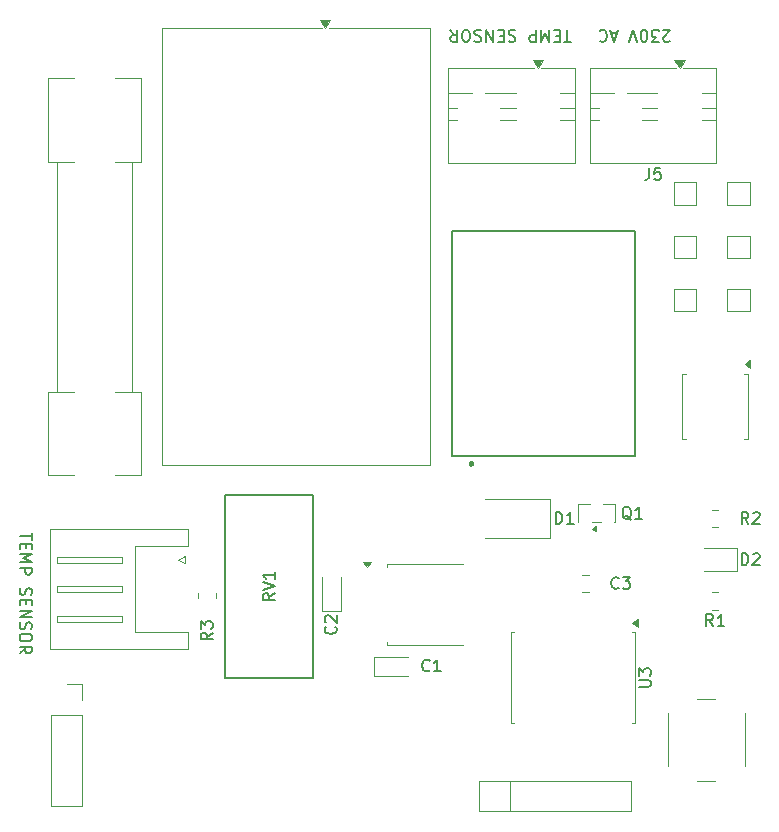
<source format=gbr>
%TF.GenerationSoftware,KiCad,Pcbnew,9.0.7-9.0.7~ubuntu22.04.1*%
%TF.CreationDate,2026-01-30T05:50:44+05:30*%
%TF.ProjectId,SOLDERING_IRON_CONTROLLER,534f4c44-4552-4494-9e47-5f49524f4e5f,rev?*%
%TF.SameCoordinates,Original*%
%TF.FileFunction,Legend,Top*%
%TF.FilePolarity,Positive*%
%FSLAX46Y46*%
G04 Gerber Fmt 4.6, Leading zero omitted, Abs format (unit mm)*
G04 Created by KiCad (PCBNEW 9.0.7-9.0.7~ubuntu22.04.1) date 2026-01-30 05:50:44*
%MOMM*%
%LPD*%
G01*
G04 APERTURE LIST*
%ADD10C,0.200000*%
%ADD11C,0.150000*%
%ADD12C,0.120000*%
%ADD13C,0.127000*%
%ADD14C,0.300000*%
G04 APERTURE END LIST*
D10*
X178437945Y-54272542D02*
X178390326Y-54320161D01*
X178390326Y-54320161D02*
X178295088Y-54367780D01*
X178295088Y-54367780D02*
X178056993Y-54367780D01*
X178056993Y-54367780D02*
X177961755Y-54320161D01*
X177961755Y-54320161D02*
X177914136Y-54272542D01*
X177914136Y-54272542D02*
X177866517Y-54177304D01*
X177866517Y-54177304D02*
X177866517Y-54082066D01*
X177866517Y-54082066D02*
X177914136Y-53939209D01*
X177914136Y-53939209D02*
X178485564Y-53367780D01*
X178485564Y-53367780D02*
X177866517Y-53367780D01*
X177533183Y-54367780D02*
X176914136Y-54367780D01*
X176914136Y-54367780D02*
X177247469Y-53986828D01*
X177247469Y-53986828D02*
X177104612Y-53986828D01*
X177104612Y-53986828D02*
X177009374Y-53939209D01*
X177009374Y-53939209D02*
X176961755Y-53891590D01*
X176961755Y-53891590D02*
X176914136Y-53796352D01*
X176914136Y-53796352D02*
X176914136Y-53558257D01*
X176914136Y-53558257D02*
X176961755Y-53463019D01*
X176961755Y-53463019D02*
X177009374Y-53415400D01*
X177009374Y-53415400D02*
X177104612Y-53367780D01*
X177104612Y-53367780D02*
X177390326Y-53367780D01*
X177390326Y-53367780D02*
X177485564Y-53415400D01*
X177485564Y-53415400D02*
X177533183Y-53463019D01*
X176295088Y-54367780D02*
X176199850Y-54367780D01*
X176199850Y-54367780D02*
X176104612Y-54320161D01*
X176104612Y-54320161D02*
X176056993Y-54272542D01*
X176056993Y-54272542D02*
X176009374Y-54177304D01*
X176009374Y-54177304D02*
X175961755Y-53986828D01*
X175961755Y-53986828D02*
X175961755Y-53748733D01*
X175961755Y-53748733D02*
X176009374Y-53558257D01*
X176009374Y-53558257D02*
X176056993Y-53463019D01*
X176056993Y-53463019D02*
X176104612Y-53415400D01*
X176104612Y-53415400D02*
X176199850Y-53367780D01*
X176199850Y-53367780D02*
X176295088Y-53367780D01*
X176295088Y-53367780D02*
X176390326Y-53415400D01*
X176390326Y-53415400D02*
X176437945Y-53463019D01*
X176437945Y-53463019D02*
X176485564Y-53558257D01*
X176485564Y-53558257D02*
X176533183Y-53748733D01*
X176533183Y-53748733D02*
X176533183Y-53986828D01*
X176533183Y-53986828D02*
X176485564Y-54177304D01*
X176485564Y-54177304D02*
X176437945Y-54272542D01*
X176437945Y-54272542D02*
X176390326Y-54320161D01*
X176390326Y-54320161D02*
X176295088Y-54367780D01*
X175676040Y-54367780D02*
X175342707Y-53367780D01*
X175342707Y-53367780D02*
X175009374Y-54367780D01*
X173961754Y-53653495D02*
X173485564Y-53653495D01*
X174056992Y-53367780D02*
X173723659Y-54367780D01*
X173723659Y-54367780D02*
X173390326Y-53367780D01*
X172485564Y-53463019D02*
X172533183Y-53415400D01*
X172533183Y-53415400D02*
X172676040Y-53367780D01*
X172676040Y-53367780D02*
X172771278Y-53367780D01*
X172771278Y-53367780D02*
X172914135Y-53415400D01*
X172914135Y-53415400D02*
X173009373Y-53510638D01*
X173009373Y-53510638D02*
X173056992Y-53605876D01*
X173056992Y-53605876D02*
X173104611Y-53796352D01*
X173104611Y-53796352D02*
X173104611Y-53939209D01*
X173104611Y-53939209D02*
X173056992Y-54129685D01*
X173056992Y-54129685D02*
X173009373Y-54224923D01*
X173009373Y-54224923D02*
X172914135Y-54320161D01*
X172914135Y-54320161D02*
X172771278Y-54367780D01*
X172771278Y-54367780D02*
X172676040Y-54367780D01*
X172676040Y-54367780D02*
X172533183Y-54320161D01*
X172533183Y-54320161D02*
X172485564Y-54272542D01*
X124392780Y-95961816D02*
X124392780Y-96533244D01*
X123392780Y-96247530D02*
X124392780Y-96247530D01*
X123916590Y-96866578D02*
X123916590Y-97199911D01*
X123392780Y-97342768D02*
X123392780Y-96866578D01*
X123392780Y-96866578D02*
X124392780Y-96866578D01*
X124392780Y-96866578D02*
X124392780Y-97342768D01*
X123392780Y-97771340D02*
X124392780Y-97771340D01*
X124392780Y-97771340D02*
X123678495Y-98104673D01*
X123678495Y-98104673D02*
X124392780Y-98438006D01*
X124392780Y-98438006D02*
X123392780Y-98438006D01*
X123392780Y-98914197D02*
X124392780Y-98914197D01*
X124392780Y-98914197D02*
X124392780Y-99295149D01*
X124392780Y-99295149D02*
X124345161Y-99390387D01*
X124345161Y-99390387D02*
X124297542Y-99438006D01*
X124297542Y-99438006D02*
X124202304Y-99485625D01*
X124202304Y-99485625D02*
X124059447Y-99485625D01*
X124059447Y-99485625D02*
X123964209Y-99438006D01*
X123964209Y-99438006D02*
X123916590Y-99390387D01*
X123916590Y-99390387D02*
X123868971Y-99295149D01*
X123868971Y-99295149D02*
X123868971Y-98914197D01*
X123440400Y-100628483D02*
X123392780Y-100771340D01*
X123392780Y-100771340D02*
X123392780Y-101009435D01*
X123392780Y-101009435D02*
X123440400Y-101104673D01*
X123440400Y-101104673D02*
X123488019Y-101152292D01*
X123488019Y-101152292D02*
X123583257Y-101199911D01*
X123583257Y-101199911D02*
X123678495Y-101199911D01*
X123678495Y-101199911D02*
X123773733Y-101152292D01*
X123773733Y-101152292D02*
X123821352Y-101104673D01*
X123821352Y-101104673D02*
X123868971Y-101009435D01*
X123868971Y-101009435D02*
X123916590Y-100818959D01*
X123916590Y-100818959D02*
X123964209Y-100723721D01*
X123964209Y-100723721D02*
X124011828Y-100676102D01*
X124011828Y-100676102D02*
X124107066Y-100628483D01*
X124107066Y-100628483D02*
X124202304Y-100628483D01*
X124202304Y-100628483D02*
X124297542Y-100676102D01*
X124297542Y-100676102D02*
X124345161Y-100723721D01*
X124345161Y-100723721D02*
X124392780Y-100818959D01*
X124392780Y-100818959D02*
X124392780Y-101057054D01*
X124392780Y-101057054D02*
X124345161Y-101199911D01*
X123916590Y-101628483D02*
X123916590Y-101961816D01*
X123392780Y-102104673D02*
X123392780Y-101628483D01*
X123392780Y-101628483D02*
X124392780Y-101628483D01*
X124392780Y-101628483D02*
X124392780Y-102104673D01*
X123392780Y-102533245D02*
X124392780Y-102533245D01*
X124392780Y-102533245D02*
X123392780Y-103104673D01*
X123392780Y-103104673D02*
X124392780Y-103104673D01*
X123440400Y-103533245D02*
X123392780Y-103676102D01*
X123392780Y-103676102D02*
X123392780Y-103914197D01*
X123392780Y-103914197D02*
X123440400Y-104009435D01*
X123440400Y-104009435D02*
X123488019Y-104057054D01*
X123488019Y-104057054D02*
X123583257Y-104104673D01*
X123583257Y-104104673D02*
X123678495Y-104104673D01*
X123678495Y-104104673D02*
X123773733Y-104057054D01*
X123773733Y-104057054D02*
X123821352Y-104009435D01*
X123821352Y-104009435D02*
X123868971Y-103914197D01*
X123868971Y-103914197D02*
X123916590Y-103723721D01*
X123916590Y-103723721D02*
X123964209Y-103628483D01*
X123964209Y-103628483D02*
X124011828Y-103580864D01*
X124011828Y-103580864D02*
X124107066Y-103533245D01*
X124107066Y-103533245D02*
X124202304Y-103533245D01*
X124202304Y-103533245D02*
X124297542Y-103580864D01*
X124297542Y-103580864D02*
X124345161Y-103628483D01*
X124345161Y-103628483D02*
X124392780Y-103723721D01*
X124392780Y-103723721D02*
X124392780Y-103961816D01*
X124392780Y-103961816D02*
X124345161Y-104104673D01*
X124392780Y-104723721D02*
X124392780Y-104914197D01*
X124392780Y-104914197D02*
X124345161Y-105009435D01*
X124345161Y-105009435D02*
X124249923Y-105104673D01*
X124249923Y-105104673D02*
X124059447Y-105152292D01*
X124059447Y-105152292D02*
X123726114Y-105152292D01*
X123726114Y-105152292D02*
X123535638Y-105104673D01*
X123535638Y-105104673D02*
X123440400Y-105009435D01*
X123440400Y-105009435D02*
X123392780Y-104914197D01*
X123392780Y-104914197D02*
X123392780Y-104723721D01*
X123392780Y-104723721D02*
X123440400Y-104628483D01*
X123440400Y-104628483D02*
X123535638Y-104533245D01*
X123535638Y-104533245D02*
X123726114Y-104485626D01*
X123726114Y-104485626D02*
X124059447Y-104485626D01*
X124059447Y-104485626D02*
X124249923Y-104533245D01*
X124249923Y-104533245D02*
X124345161Y-104628483D01*
X124345161Y-104628483D02*
X124392780Y-104723721D01*
X123392780Y-106152292D02*
X123868971Y-105818959D01*
X123392780Y-105580864D02*
X124392780Y-105580864D01*
X124392780Y-105580864D02*
X124392780Y-105961816D01*
X124392780Y-105961816D02*
X124345161Y-106057054D01*
X124345161Y-106057054D02*
X124297542Y-106104673D01*
X124297542Y-106104673D02*
X124202304Y-106152292D01*
X124202304Y-106152292D02*
X124059447Y-106152292D01*
X124059447Y-106152292D02*
X123964209Y-106104673D01*
X123964209Y-106104673D02*
X123916590Y-106057054D01*
X123916590Y-106057054D02*
X123868971Y-105961816D01*
X123868971Y-105961816D02*
X123868971Y-105580864D01*
X170033183Y-54367780D02*
X169461755Y-54367780D01*
X169747469Y-53367780D02*
X169747469Y-54367780D01*
X169128421Y-53891590D02*
X168795088Y-53891590D01*
X168652231Y-53367780D02*
X169128421Y-53367780D01*
X169128421Y-53367780D02*
X169128421Y-54367780D01*
X169128421Y-54367780D02*
X168652231Y-54367780D01*
X168223659Y-53367780D02*
X168223659Y-54367780D01*
X168223659Y-54367780D02*
X167890326Y-53653495D01*
X167890326Y-53653495D02*
X167556993Y-54367780D01*
X167556993Y-54367780D02*
X167556993Y-53367780D01*
X167080802Y-53367780D02*
X167080802Y-54367780D01*
X167080802Y-54367780D02*
X166699850Y-54367780D01*
X166699850Y-54367780D02*
X166604612Y-54320161D01*
X166604612Y-54320161D02*
X166556993Y-54272542D01*
X166556993Y-54272542D02*
X166509374Y-54177304D01*
X166509374Y-54177304D02*
X166509374Y-54034447D01*
X166509374Y-54034447D02*
X166556993Y-53939209D01*
X166556993Y-53939209D02*
X166604612Y-53891590D01*
X166604612Y-53891590D02*
X166699850Y-53843971D01*
X166699850Y-53843971D02*
X167080802Y-53843971D01*
X165366516Y-53415400D02*
X165223659Y-53367780D01*
X165223659Y-53367780D02*
X164985564Y-53367780D01*
X164985564Y-53367780D02*
X164890326Y-53415400D01*
X164890326Y-53415400D02*
X164842707Y-53463019D01*
X164842707Y-53463019D02*
X164795088Y-53558257D01*
X164795088Y-53558257D02*
X164795088Y-53653495D01*
X164795088Y-53653495D02*
X164842707Y-53748733D01*
X164842707Y-53748733D02*
X164890326Y-53796352D01*
X164890326Y-53796352D02*
X164985564Y-53843971D01*
X164985564Y-53843971D02*
X165176040Y-53891590D01*
X165176040Y-53891590D02*
X165271278Y-53939209D01*
X165271278Y-53939209D02*
X165318897Y-53986828D01*
X165318897Y-53986828D02*
X165366516Y-54082066D01*
X165366516Y-54082066D02*
X165366516Y-54177304D01*
X165366516Y-54177304D02*
X165318897Y-54272542D01*
X165318897Y-54272542D02*
X165271278Y-54320161D01*
X165271278Y-54320161D02*
X165176040Y-54367780D01*
X165176040Y-54367780D02*
X164937945Y-54367780D01*
X164937945Y-54367780D02*
X164795088Y-54320161D01*
X164366516Y-53891590D02*
X164033183Y-53891590D01*
X163890326Y-53367780D02*
X164366516Y-53367780D01*
X164366516Y-53367780D02*
X164366516Y-54367780D01*
X164366516Y-54367780D02*
X163890326Y-54367780D01*
X163461754Y-53367780D02*
X163461754Y-54367780D01*
X163461754Y-54367780D02*
X162890326Y-53367780D01*
X162890326Y-53367780D02*
X162890326Y-54367780D01*
X162461754Y-53415400D02*
X162318897Y-53367780D01*
X162318897Y-53367780D02*
X162080802Y-53367780D01*
X162080802Y-53367780D02*
X161985564Y-53415400D01*
X161985564Y-53415400D02*
X161937945Y-53463019D01*
X161937945Y-53463019D02*
X161890326Y-53558257D01*
X161890326Y-53558257D02*
X161890326Y-53653495D01*
X161890326Y-53653495D02*
X161937945Y-53748733D01*
X161937945Y-53748733D02*
X161985564Y-53796352D01*
X161985564Y-53796352D02*
X162080802Y-53843971D01*
X162080802Y-53843971D02*
X162271278Y-53891590D01*
X162271278Y-53891590D02*
X162366516Y-53939209D01*
X162366516Y-53939209D02*
X162414135Y-53986828D01*
X162414135Y-53986828D02*
X162461754Y-54082066D01*
X162461754Y-54082066D02*
X162461754Y-54177304D01*
X162461754Y-54177304D02*
X162414135Y-54272542D01*
X162414135Y-54272542D02*
X162366516Y-54320161D01*
X162366516Y-54320161D02*
X162271278Y-54367780D01*
X162271278Y-54367780D02*
X162033183Y-54367780D01*
X162033183Y-54367780D02*
X161890326Y-54320161D01*
X161271278Y-54367780D02*
X161080802Y-54367780D01*
X161080802Y-54367780D02*
X160985564Y-54320161D01*
X160985564Y-54320161D02*
X160890326Y-54224923D01*
X160890326Y-54224923D02*
X160842707Y-54034447D01*
X160842707Y-54034447D02*
X160842707Y-53701114D01*
X160842707Y-53701114D02*
X160890326Y-53510638D01*
X160890326Y-53510638D02*
X160985564Y-53415400D01*
X160985564Y-53415400D02*
X161080802Y-53367780D01*
X161080802Y-53367780D02*
X161271278Y-53367780D01*
X161271278Y-53367780D02*
X161366516Y-53415400D01*
X161366516Y-53415400D02*
X161461754Y-53510638D01*
X161461754Y-53510638D02*
X161509373Y-53701114D01*
X161509373Y-53701114D02*
X161509373Y-54034447D01*
X161509373Y-54034447D02*
X161461754Y-54224923D01*
X161461754Y-54224923D02*
X161366516Y-54320161D01*
X161366516Y-54320161D02*
X161271278Y-54367780D01*
X159842707Y-53367780D02*
X160176040Y-53843971D01*
X160414135Y-53367780D02*
X160414135Y-54367780D01*
X160414135Y-54367780D02*
X160033183Y-54367780D01*
X160033183Y-54367780D02*
X159937945Y-54320161D01*
X159937945Y-54320161D02*
X159890326Y-54272542D01*
X159890326Y-54272542D02*
X159842707Y-54177304D01*
X159842707Y-54177304D02*
X159842707Y-54034447D01*
X159842707Y-54034447D02*
X159890326Y-53939209D01*
X159890326Y-53939209D02*
X159937945Y-53891590D01*
X159937945Y-53891590D02*
X160033183Y-53843971D01*
X160033183Y-53843971D02*
X160414135Y-53843971D01*
D11*
X182093333Y-103839819D02*
X181760000Y-103363628D01*
X181521905Y-103839819D02*
X181521905Y-102839819D01*
X181521905Y-102839819D02*
X181902857Y-102839819D01*
X181902857Y-102839819D02*
X181998095Y-102887438D01*
X181998095Y-102887438D02*
X182045714Y-102935057D01*
X182045714Y-102935057D02*
X182093333Y-103030295D01*
X182093333Y-103030295D02*
X182093333Y-103173152D01*
X182093333Y-103173152D02*
X182045714Y-103268390D01*
X182045714Y-103268390D02*
X181998095Y-103316009D01*
X181998095Y-103316009D02*
X181902857Y-103363628D01*
X181902857Y-103363628D02*
X181521905Y-103363628D01*
X183045714Y-103839819D02*
X182474286Y-103839819D01*
X182760000Y-103839819D02*
X182760000Y-102839819D01*
X182760000Y-102839819D02*
X182664762Y-102982676D01*
X182664762Y-102982676D02*
X182569524Y-103077914D01*
X182569524Y-103077914D02*
X182474286Y-103125533D01*
X175814819Y-108996904D02*
X176624342Y-108996904D01*
X176624342Y-108996904D02*
X176719580Y-108949285D01*
X176719580Y-108949285D02*
X176767200Y-108901666D01*
X176767200Y-108901666D02*
X176814819Y-108806428D01*
X176814819Y-108806428D02*
X176814819Y-108615952D01*
X176814819Y-108615952D02*
X176767200Y-108520714D01*
X176767200Y-108520714D02*
X176719580Y-108473095D01*
X176719580Y-108473095D02*
X176624342Y-108425476D01*
X176624342Y-108425476D02*
X175814819Y-108425476D01*
X175814819Y-108044523D02*
X175814819Y-107425476D01*
X175814819Y-107425476D02*
X176195771Y-107758809D01*
X176195771Y-107758809D02*
X176195771Y-107615952D01*
X176195771Y-107615952D02*
X176243390Y-107520714D01*
X176243390Y-107520714D02*
X176291009Y-107473095D01*
X176291009Y-107473095D02*
X176386247Y-107425476D01*
X176386247Y-107425476D02*
X176624342Y-107425476D01*
X176624342Y-107425476D02*
X176719580Y-107473095D01*
X176719580Y-107473095D02*
X176767200Y-107520714D01*
X176767200Y-107520714D02*
X176814819Y-107615952D01*
X176814819Y-107615952D02*
X176814819Y-107901666D01*
X176814819Y-107901666D02*
X176767200Y-107996904D01*
X176767200Y-107996904D02*
X176719580Y-108044523D01*
X144964819Y-101080238D02*
X144488628Y-101413571D01*
X144964819Y-101651666D02*
X143964819Y-101651666D01*
X143964819Y-101651666D02*
X143964819Y-101270714D01*
X143964819Y-101270714D02*
X144012438Y-101175476D01*
X144012438Y-101175476D02*
X144060057Y-101127857D01*
X144060057Y-101127857D02*
X144155295Y-101080238D01*
X144155295Y-101080238D02*
X144298152Y-101080238D01*
X144298152Y-101080238D02*
X144393390Y-101127857D01*
X144393390Y-101127857D02*
X144441009Y-101175476D01*
X144441009Y-101175476D02*
X144488628Y-101270714D01*
X144488628Y-101270714D02*
X144488628Y-101651666D01*
X143964819Y-100794523D02*
X144964819Y-100461190D01*
X144964819Y-100461190D02*
X143964819Y-100127857D01*
X144964819Y-99270714D02*
X144964819Y-99842142D01*
X144964819Y-99556428D02*
X143964819Y-99556428D01*
X143964819Y-99556428D02*
X144107676Y-99651666D01*
X144107676Y-99651666D02*
X144202914Y-99746904D01*
X144202914Y-99746904D02*
X144250533Y-99842142D01*
X185093333Y-95189819D02*
X184760000Y-94713628D01*
X184521905Y-95189819D02*
X184521905Y-94189819D01*
X184521905Y-94189819D02*
X184902857Y-94189819D01*
X184902857Y-94189819D02*
X184998095Y-94237438D01*
X184998095Y-94237438D02*
X185045714Y-94285057D01*
X185045714Y-94285057D02*
X185093333Y-94380295D01*
X185093333Y-94380295D02*
X185093333Y-94523152D01*
X185093333Y-94523152D02*
X185045714Y-94618390D01*
X185045714Y-94618390D02*
X184998095Y-94666009D01*
X184998095Y-94666009D02*
X184902857Y-94713628D01*
X184902857Y-94713628D02*
X184521905Y-94713628D01*
X185474286Y-94285057D02*
X185521905Y-94237438D01*
X185521905Y-94237438D02*
X185617143Y-94189819D01*
X185617143Y-94189819D02*
X185855238Y-94189819D01*
X185855238Y-94189819D02*
X185950476Y-94237438D01*
X185950476Y-94237438D02*
X185998095Y-94285057D01*
X185998095Y-94285057D02*
X186045714Y-94380295D01*
X186045714Y-94380295D02*
X186045714Y-94475533D01*
X186045714Y-94475533D02*
X185998095Y-94618390D01*
X185998095Y-94618390D02*
X185426667Y-95189819D01*
X185426667Y-95189819D02*
X186045714Y-95189819D01*
X175164761Y-94847557D02*
X175069523Y-94799938D01*
X175069523Y-94799938D02*
X174974285Y-94704700D01*
X174974285Y-94704700D02*
X174831428Y-94561842D01*
X174831428Y-94561842D02*
X174736190Y-94514223D01*
X174736190Y-94514223D02*
X174640952Y-94514223D01*
X174688571Y-94752319D02*
X174593333Y-94704700D01*
X174593333Y-94704700D02*
X174498095Y-94609461D01*
X174498095Y-94609461D02*
X174450476Y-94418985D01*
X174450476Y-94418985D02*
X174450476Y-94085652D01*
X174450476Y-94085652D02*
X174498095Y-93895176D01*
X174498095Y-93895176D02*
X174593333Y-93799938D01*
X174593333Y-93799938D02*
X174688571Y-93752319D01*
X174688571Y-93752319D02*
X174879047Y-93752319D01*
X174879047Y-93752319D02*
X174974285Y-93799938D01*
X174974285Y-93799938D02*
X175069523Y-93895176D01*
X175069523Y-93895176D02*
X175117142Y-94085652D01*
X175117142Y-94085652D02*
X175117142Y-94418985D01*
X175117142Y-94418985D02*
X175069523Y-94609461D01*
X175069523Y-94609461D02*
X174974285Y-94704700D01*
X174974285Y-94704700D02*
X174879047Y-94752319D01*
X174879047Y-94752319D02*
X174688571Y-94752319D01*
X176069523Y-94752319D02*
X175498095Y-94752319D01*
X175783809Y-94752319D02*
X175783809Y-93752319D01*
X175783809Y-93752319D02*
X175688571Y-93895176D01*
X175688571Y-93895176D02*
X175593333Y-93990414D01*
X175593333Y-93990414D02*
X175498095Y-94038033D01*
X139714819Y-104401666D02*
X139238628Y-104734999D01*
X139714819Y-104973094D02*
X138714819Y-104973094D01*
X138714819Y-104973094D02*
X138714819Y-104592142D01*
X138714819Y-104592142D02*
X138762438Y-104496904D01*
X138762438Y-104496904D02*
X138810057Y-104449285D01*
X138810057Y-104449285D02*
X138905295Y-104401666D01*
X138905295Y-104401666D02*
X139048152Y-104401666D01*
X139048152Y-104401666D02*
X139143390Y-104449285D01*
X139143390Y-104449285D02*
X139191009Y-104496904D01*
X139191009Y-104496904D02*
X139238628Y-104592142D01*
X139238628Y-104592142D02*
X139238628Y-104973094D01*
X138714819Y-104068332D02*
X138714819Y-103449285D01*
X138714819Y-103449285D02*
X139095771Y-103782618D01*
X139095771Y-103782618D02*
X139095771Y-103639761D01*
X139095771Y-103639761D02*
X139143390Y-103544523D01*
X139143390Y-103544523D02*
X139191009Y-103496904D01*
X139191009Y-103496904D02*
X139286247Y-103449285D01*
X139286247Y-103449285D02*
X139524342Y-103449285D01*
X139524342Y-103449285D02*
X139619580Y-103496904D01*
X139619580Y-103496904D02*
X139667200Y-103544523D01*
X139667200Y-103544523D02*
X139714819Y-103639761D01*
X139714819Y-103639761D02*
X139714819Y-103925475D01*
X139714819Y-103925475D02*
X139667200Y-104020713D01*
X139667200Y-104020713D02*
X139619580Y-104068332D01*
X176676666Y-65059819D02*
X176676666Y-65774104D01*
X176676666Y-65774104D02*
X176629047Y-65916961D01*
X176629047Y-65916961D02*
X176533809Y-66012200D01*
X176533809Y-66012200D02*
X176390952Y-66059819D01*
X176390952Y-66059819D02*
X176295714Y-66059819D01*
X177629047Y-65059819D02*
X177152857Y-65059819D01*
X177152857Y-65059819D02*
X177105238Y-65536009D01*
X177105238Y-65536009D02*
X177152857Y-65488390D01*
X177152857Y-65488390D02*
X177248095Y-65440771D01*
X177248095Y-65440771D02*
X177486190Y-65440771D01*
X177486190Y-65440771D02*
X177581428Y-65488390D01*
X177581428Y-65488390D02*
X177629047Y-65536009D01*
X177629047Y-65536009D02*
X177676666Y-65631247D01*
X177676666Y-65631247D02*
X177676666Y-65869342D01*
X177676666Y-65869342D02*
X177629047Y-65964580D01*
X177629047Y-65964580D02*
X177581428Y-66012200D01*
X177581428Y-66012200D02*
X177486190Y-66059819D01*
X177486190Y-66059819D02*
X177248095Y-66059819D01*
X177248095Y-66059819D02*
X177152857Y-66012200D01*
X177152857Y-66012200D02*
X177105238Y-65964580D01*
X184521905Y-98689819D02*
X184521905Y-97689819D01*
X184521905Y-97689819D02*
X184760000Y-97689819D01*
X184760000Y-97689819D02*
X184902857Y-97737438D01*
X184902857Y-97737438D02*
X184998095Y-97832676D01*
X184998095Y-97832676D02*
X185045714Y-97927914D01*
X185045714Y-97927914D02*
X185093333Y-98118390D01*
X185093333Y-98118390D02*
X185093333Y-98261247D01*
X185093333Y-98261247D02*
X185045714Y-98451723D01*
X185045714Y-98451723D02*
X184998095Y-98546961D01*
X184998095Y-98546961D02*
X184902857Y-98642200D01*
X184902857Y-98642200D02*
X184760000Y-98689819D01*
X184760000Y-98689819D02*
X184521905Y-98689819D01*
X185474286Y-97785057D02*
X185521905Y-97737438D01*
X185521905Y-97737438D02*
X185617143Y-97689819D01*
X185617143Y-97689819D02*
X185855238Y-97689819D01*
X185855238Y-97689819D02*
X185950476Y-97737438D01*
X185950476Y-97737438D02*
X185998095Y-97785057D01*
X185998095Y-97785057D02*
X186045714Y-97880295D01*
X186045714Y-97880295D02*
X186045714Y-97975533D01*
X186045714Y-97975533D02*
X185998095Y-98118390D01*
X185998095Y-98118390D02*
X185426667Y-98689819D01*
X185426667Y-98689819D02*
X186045714Y-98689819D01*
X150119580Y-103901666D02*
X150167200Y-103949285D01*
X150167200Y-103949285D02*
X150214819Y-104092142D01*
X150214819Y-104092142D02*
X150214819Y-104187380D01*
X150214819Y-104187380D02*
X150167200Y-104330237D01*
X150167200Y-104330237D02*
X150071961Y-104425475D01*
X150071961Y-104425475D02*
X149976723Y-104473094D01*
X149976723Y-104473094D02*
X149786247Y-104520713D01*
X149786247Y-104520713D02*
X149643390Y-104520713D01*
X149643390Y-104520713D02*
X149452914Y-104473094D01*
X149452914Y-104473094D02*
X149357676Y-104425475D01*
X149357676Y-104425475D02*
X149262438Y-104330237D01*
X149262438Y-104330237D02*
X149214819Y-104187380D01*
X149214819Y-104187380D02*
X149214819Y-104092142D01*
X149214819Y-104092142D02*
X149262438Y-103949285D01*
X149262438Y-103949285D02*
X149310057Y-103901666D01*
X149310057Y-103520713D02*
X149262438Y-103473094D01*
X149262438Y-103473094D02*
X149214819Y-103377856D01*
X149214819Y-103377856D02*
X149214819Y-103139761D01*
X149214819Y-103139761D02*
X149262438Y-103044523D01*
X149262438Y-103044523D02*
X149310057Y-102996904D01*
X149310057Y-102996904D02*
X149405295Y-102949285D01*
X149405295Y-102949285D02*
X149500533Y-102949285D01*
X149500533Y-102949285D02*
X149643390Y-102996904D01*
X149643390Y-102996904D02*
X150214819Y-103568332D01*
X150214819Y-103568332D02*
X150214819Y-102949285D01*
X168771905Y-95189819D02*
X168771905Y-94189819D01*
X168771905Y-94189819D02*
X169010000Y-94189819D01*
X169010000Y-94189819D02*
X169152857Y-94237438D01*
X169152857Y-94237438D02*
X169248095Y-94332676D01*
X169248095Y-94332676D02*
X169295714Y-94427914D01*
X169295714Y-94427914D02*
X169343333Y-94618390D01*
X169343333Y-94618390D02*
X169343333Y-94761247D01*
X169343333Y-94761247D02*
X169295714Y-94951723D01*
X169295714Y-94951723D02*
X169248095Y-95046961D01*
X169248095Y-95046961D02*
X169152857Y-95142200D01*
X169152857Y-95142200D02*
X169010000Y-95189819D01*
X169010000Y-95189819D02*
X168771905Y-95189819D01*
X170295714Y-95189819D02*
X169724286Y-95189819D01*
X170010000Y-95189819D02*
X170010000Y-94189819D01*
X170010000Y-94189819D02*
X169914762Y-94332676D01*
X169914762Y-94332676D02*
X169819524Y-94427914D01*
X169819524Y-94427914D02*
X169724286Y-94475533D01*
X158093333Y-107594580D02*
X158045714Y-107642200D01*
X158045714Y-107642200D02*
X157902857Y-107689819D01*
X157902857Y-107689819D02*
X157807619Y-107689819D01*
X157807619Y-107689819D02*
X157664762Y-107642200D01*
X157664762Y-107642200D02*
X157569524Y-107546961D01*
X157569524Y-107546961D02*
X157521905Y-107451723D01*
X157521905Y-107451723D02*
X157474286Y-107261247D01*
X157474286Y-107261247D02*
X157474286Y-107118390D01*
X157474286Y-107118390D02*
X157521905Y-106927914D01*
X157521905Y-106927914D02*
X157569524Y-106832676D01*
X157569524Y-106832676D02*
X157664762Y-106737438D01*
X157664762Y-106737438D02*
X157807619Y-106689819D01*
X157807619Y-106689819D02*
X157902857Y-106689819D01*
X157902857Y-106689819D02*
X158045714Y-106737438D01*
X158045714Y-106737438D02*
X158093333Y-106785057D01*
X159045714Y-107689819D02*
X158474286Y-107689819D01*
X158760000Y-107689819D02*
X158760000Y-106689819D01*
X158760000Y-106689819D02*
X158664762Y-106832676D01*
X158664762Y-106832676D02*
X158569524Y-106927914D01*
X158569524Y-106927914D02*
X158474286Y-106975533D01*
X174093333Y-100594580D02*
X174045714Y-100642200D01*
X174045714Y-100642200D02*
X173902857Y-100689819D01*
X173902857Y-100689819D02*
X173807619Y-100689819D01*
X173807619Y-100689819D02*
X173664762Y-100642200D01*
X173664762Y-100642200D02*
X173569524Y-100546961D01*
X173569524Y-100546961D02*
X173521905Y-100451723D01*
X173521905Y-100451723D02*
X173474286Y-100261247D01*
X173474286Y-100261247D02*
X173474286Y-100118390D01*
X173474286Y-100118390D02*
X173521905Y-99927914D01*
X173521905Y-99927914D02*
X173569524Y-99832676D01*
X173569524Y-99832676D02*
X173664762Y-99737438D01*
X173664762Y-99737438D02*
X173807619Y-99689819D01*
X173807619Y-99689819D02*
X173902857Y-99689819D01*
X173902857Y-99689819D02*
X174045714Y-99737438D01*
X174045714Y-99737438D02*
X174093333Y-99785057D01*
X174426667Y-99689819D02*
X175045714Y-99689819D01*
X175045714Y-99689819D02*
X174712381Y-100070771D01*
X174712381Y-100070771D02*
X174855238Y-100070771D01*
X174855238Y-100070771D02*
X174950476Y-100118390D01*
X174950476Y-100118390D02*
X174998095Y-100166009D01*
X174998095Y-100166009D02*
X175045714Y-100261247D01*
X175045714Y-100261247D02*
X175045714Y-100499342D01*
X175045714Y-100499342D02*
X174998095Y-100594580D01*
X174998095Y-100594580D02*
X174950476Y-100642200D01*
X174950476Y-100642200D02*
X174855238Y-100689819D01*
X174855238Y-100689819D02*
X174569524Y-100689819D01*
X174569524Y-100689819D02*
X174474286Y-100642200D01*
X174474286Y-100642200D02*
X174426667Y-100594580D01*
D12*
%TO.C,F1*%
X131500000Y-57415000D02*
X133685000Y-57415000D01*
X128000000Y-57415000D02*
X125815000Y-57415000D01*
X125815000Y-57415000D02*
X125815000Y-64525000D01*
X133685000Y-64525000D02*
X133685000Y-57415000D01*
X133685000Y-64525000D02*
X131500000Y-64525000D01*
X132925000Y-64525000D02*
X132925000Y-84005000D01*
X126575000Y-64525000D02*
X126575000Y-84005000D01*
X125815000Y-64525000D02*
X128000000Y-64525000D01*
X133685000Y-84005000D02*
X131500000Y-84005000D01*
X133685000Y-84005000D02*
X133685000Y-91070000D01*
X125815000Y-84005000D02*
X128000000Y-84005000D01*
X125815000Y-84005000D02*
X125815000Y-91070000D01*
X133685000Y-91070000D02*
X131500000Y-91070000D01*
X125815000Y-91070000D02*
X128000000Y-91070000D01*
%TO.C,R1*%
X182487064Y-101000000D02*
X182032936Y-101000000D01*
X182487064Y-102470000D02*
X182032936Y-102470000D01*
%TO.C,VCC1*%
X180660000Y-75285000D02*
X180660000Y-77185000D01*
X178760000Y-75285000D02*
X180660000Y-75285000D01*
X180660000Y-77185000D02*
X178760000Y-77185000D01*
X178760000Y-77185000D02*
X178760000Y-75285000D01*
%TO.C,RESET1*%
X180660000Y-70785000D02*
X180660000Y-72685000D01*
X178760000Y-70785000D02*
X180660000Y-70785000D01*
X180660000Y-72685000D02*
X178760000Y-72685000D01*
X178760000Y-72685000D02*
X178760000Y-70785000D01*
%TO.C,MISO1*%
X180660000Y-66285000D02*
X180660000Y-68185000D01*
X178760000Y-66285000D02*
X180660000Y-66285000D01*
X180660000Y-68185000D02*
X178760000Y-68185000D01*
X178760000Y-68185000D02*
X178760000Y-66285000D01*
%TO.C,RN1*%
X164910000Y-116925000D02*
X164910000Y-119545000D01*
X162290000Y-116925000D02*
X175150000Y-116925000D01*
X175150000Y-119545000D01*
X162290000Y-119545000D01*
X162290000Y-116925000D01*
%TO.C,U3*%
X175520000Y-104375000D02*
X175520000Y-112095000D01*
X175265000Y-104375000D02*
X175520000Y-104375000D01*
X165000000Y-104375000D02*
X165255000Y-104375000D01*
X175520000Y-112095000D02*
X175265000Y-112095000D01*
X165255000Y-112095000D02*
X165000000Y-112095000D01*
X165000000Y-112095000D02*
X165000000Y-104375000D01*
X175740000Y-103925000D02*
X175270000Y-103585000D01*
X175740000Y-103245000D01*
X175740000Y-103925000D01*
G36*
X175740000Y-103925000D02*
G01*
X175270000Y-103585000D01*
X175740000Y-103245000D01*
X175740000Y-103925000D01*
G37*
%TO.C,GND1*%
X185210000Y-66285000D02*
X185210000Y-68185000D01*
X183310000Y-66285000D02*
X185210000Y-66285000D01*
X185210000Y-68185000D02*
X183310000Y-68185000D01*
X183310000Y-68185000D02*
X183310000Y-66285000D01*
%TO.C,J3*%
X170380000Y-56565000D02*
X170380000Y-64605000D01*
X167560000Y-56565000D02*
X170380000Y-56565000D01*
X159640000Y-56565000D02*
X166960000Y-56565000D01*
X170380000Y-58685000D02*
X169140000Y-58685000D01*
X165380000Y-58685000D02*
X162803000Y-58685000D01*
X161717000Y-58685000D02*
X159640000Y-58685000D01*
X170380000Y-59985000D02*
X169140000Y-59985000D01*
X165380000Y-59985000D02*
X164072000Y-59985000D01*
X160448000Y-59985000D02*
X159640000Y-59985000D01*
X170380000Y-60985000D02*
X169140000Y-60985000D01*
X165380000Y-60985000D02*
X164072000Y-60985000D01*
X160448000Y-60985000D02*
X159640000Y-60985000D01*
X170380000Y-64605000D02*
X159640000Y-64605000D01*
X159640000Y-64605000D02*
X159640000Y-56565000D01*
X167260000Y-56565000D02*
X166820000Y-55955000D01*
X167700000Y-55955000D01*
X167260000Y-56565000D01*
G36*
X167260000Y-56565000D02*
G01*
X166820000Y-55955000D01*
X167700000Y-55955000D01*
X167260000Y-56565000D01*
G37*
D11*
%TO.C,RV1*%
X148260000Y-92735000D02*
X140760000Y-92735000D01*
X148260000Y-92735000D02*
X148260000Y-108235000D01*
X140760000Y-92735000D02*
X140760000Y-108235000D01*
X148260000Y-108235000D02*
X140760000Y-108235000D01*
D12*
%TO.C,PS1*%
X158120000Y-53185000D02*
X158120000Y-90205000D01*
X149556000Y-53185000D02*
X158120000Y-53185000D01*
X135400000Y-53185000D02*
X148964000Y-53185000D01*
X158120000Y-90205000D02*
X135400000Y-90205000D01*
X135400000Y-90205000D02*
X135400000Y-53185000D01*
X149260000Y-53185000D02*
X148820000Y-52575000D01*
X149700000Y-52575000D01*
X149260000Y-53185000D01*
G36*
X149260000Y-53185000D02*
G01*
X148820000Y-52575000D01*
X149700000Y-52575000D01*
X149260000Y-53185000D01*
G37*
%TO.C,R2*%
X182487064Y-94000000D02*
X182032936Y-94000000D01*
X182487064Y-95470000D02*
X182032936Y-95470000D01*
%TO.C,Q1*%
X173770000Y-93537500D02*
X173770000Y-95057500D01*
X172770000Y-93537500D02*
X173770000Y-93537500D01*
X170650000Y-93537500D02*
X171650000Y-93537500D01*
X173770000Y-95057500D02*
X173720000Y-95057500D01*
X172600000Y-95057500D02*
X171820000Y-95057500D01*
X170700000Y-95057500D02*
X170650000Y-95057500D01*
X170650000Y-95057500D02*
X170650000Y-93537500D01*
X172160000Y-95837500D02*
X171830000Y-95597500D01*
X172160000Y-95357500D01*
X172160000Y-95837500D01*
G36*
X172160000Y-95837500D02*
G01*
X171830000Y-95597500D01*
X172160000Y-95357500D01*
X172160000Y-95837500D01*
G37*
%TO.C,U1*%
X185020000Y-82475000D02*
X185020000Y-87995000D01*
X184750000Y-82475000D02*
X185020000Y-82475000D01*
X179500000Y-82475000D02*
X179770000Y-82475000D01*
X185020000Y-87995000D02*
X184750000Y-87995000D01*
X179770000Y-87995000D02*
X179500000Y-87995000D01*
X179500000Y-87995000D02*
X179500000Y-82475000D01*
X185230000Y-81985000D02*
X184760000Y-81645000D01*
X185230000Y-81305000D01*
X185230000Y-81985000D01*
G36*
X185230000Y-81985000D02*
G01*
X184760000Y-81645000D01*
X185230000Y-81305000D01*
X185230000Y-81985000D01*
G37*
%TO.C,R3*%
X139995000Y-101007936D02*
X139995000Y-101462064D01*
X138525000Y-101007936D02*
X138525000Y-101462064D01*
%TO.C,J4*%
X137670000Y-95657500D02*
X137670000Y-97077500D01*
X125950000Y-95657500D02*
X137670000Y-95657500D01*
X137670000Y-97077500D02*
X133170000Y-97077500D01*
X133170000Y-97077500D02*
X133170000Y-100717500D01*
X137360000Y-97917500D02*
X137360000Y-98517500D01*
X136760000Y-98217500D02*
X137360000Y-97917500D01*
X137360000Y-98517500D02*
X136760000Y-98217500D01*
X125950000Y-100717500D02*
X125950000Y-95657500D01*
X125950000Y-100717500D02*
X125950000Y-105777500D01*
X137670000Y-104357500D02*
X133170000Y-104357500D01*
X133170000Y-104357500D02*
X133170000Y-100717500D01*
X137670000Y-105777500D02*
X137670000Y-104357500D01*
X125950000Y-105777500D02*
X137670000Y-105777500D01*
X132060000Y-97967500D02*
X126560000Y-97967500D01*
X126560000Y-98467500D01*
X132060000Y-98467500D01*
X132060000Y-97967500D01*
X132060000Y-100467500D02*
X126560000Y-100467500D01*
X126560000Y-100967500D01*
X132060000Y-100967500D01*
X132060000Y-100467500D01*
X132060000Y-102967500D02*
X126560000Y-102967500D01*
X126560000Y-103467500D01*
X132060000Y-103467500D01*
X132060000Y-102967500D01*
D13*
%TO.C,K1*%
X175510000Y-70370000D02*
X175510000Y-89470000D01*
X160010000Y-70370000D02*
X175510000Y-70370000D01*
X175510000Y-89470000D02*
X160010000Y-89470000D01*
X160010000Y-89470000D02*
X160010000Y-70370000D01*
D14*
X161741000Y-90120000D02*
G75*
G02*
X161541000Y-90120000I-100000J0D01*
G01*
X161541000Y-90120000D02*
G75*
G02*
X161741000Y-90120000I100000J0D01*
G01*
D12*
%TO.C,SW1*%
X182260000Y-109985000D02*
X180760000Y-109985000D01*
X178260000Y-111235000D02*
X178260000Y-115735000D01*
X184760000Y-115735000D02*
X184760000Y-111235000D01*
X180760000Y-116985000D02*
X182260000Y-116985000D01*
%TO.C,SCK1*%
X185210000Y-75285000D02*
X185210000Y-77185000D01*
X183310000Y-75285000D02*
X185210000Y-75285000D01*
X185210000Y-77185000D02*
X183310000Y-77185000D01*
X183310000Y-77185000D02*
X183310000Y-75285000D01*
%TO.C,J1*%
X128690000Y-108785000D02*
X128690000Y-110115000D01*
X127360000Y-108785000D02*
X128690000Y-108785000D01*
X128690000Y-111385000D02*
X128690000Y-119065000D01*
X126030000Y-111385000D02*
X128690000Y-111385000D01*
X126030000Y-111385000D02*
X126030000Y-119065000D01*
X126030000Y-119065000D02*
X128690000Y-119065000D01*
%TO.C,MOSI1*%
X185210000Y-70785000D02*
X185210000Y-72685000D01*
X183310000Y-70785000D02*
X185210000Y-70785000D01*
X185210000Y-72685000D02*
X183310000Y-72685000D01*
X183310000Y-72685000D02*
X183310000Y-70785000D01*
%TO.C,J5*%
X182380000Y-56565000D02*
X182380000Y-64605000D01*
X179560000Y-56565000D02*
X182380000Y-56565000D01*
X171640000Y-56565000D02*
X178960000Y-56565000D01*
X182380000Y-58685000D02*
X181140000Y-58685000D01*
X177380000Y-58685000D02*
X174803000Y-58685000D01*
X173717000Y-58685000D02*
X171640000Y-58685000D01*
X182380000Y-59985000D02*
X181140000Y-59985000D01*
X177380000Y-59985000D02*
X176072000Y-59985000D01*
X172448000Y-59985000D02*
X171640000Y-59985000D01*
X182380000Y-60985000D02*
X181140000Y-60985000D01*
X177380000Y-60985000D02*
X176072000Y-60985000D01*
X172448000Y-60985000D02*
X171640000Y-60985000D01*
X182380000Y-64605000D02*
X171640000Y-64605000D01*
X171640000Y-64605000D02*
X171640000Y-56565000D01*
X179260000Y-56565000D02*
X178820000Y-55955000D01*
X179700000Y-55955000D01*
X179260000Y-56565000D01*
G36*
X179260000Y-56565000D02*
G01*
X178820000Y-55955000D01*
X179700000Y-55955000D01*
X179260000Y-56565000D01*
G37*
%TO.C,D2*%
X184145000Y-97275000D02*
X181285000Y-97275000D01*
X184145000Y-99195000D02*
X184145000Y-97275000D01*
X181285000Y-99195000D02*
X184145000Y-99195000D01*
%TO.C,U2*%
X160910000Y-98565000D02*
X154490000Y-98565000D01*
X154490000Y-98565000D02*
X154490000Y-98835000D01*
X160910000Y-105465000D02*
X154490000Y-105465000D01*
X154490000Y-105465000D02*
X154490000Y-105195000D01*
X152760000Y-98875000D02*
X152420000Y-98405000D01*
X153100000Y-98405000D01*
X152760000Y-98875000D01*
G36*
X152760000Y-98875000D02*
G01*
X152420000Y-98405000D01*
X153100000Y-98405000D01*
X152760000Y-98875000D01*
G37*
%TO.C,C2*%
X148955000Y-99712500D02*
X148955000Y-102607500D01*
X150565000Y-102607500D02*
X150565000Y-99712500D01*
X148955000Y-102607500D02*
X150565000Y-102607500D01*
%TO.C,D1*%
X168270000Y-93085000D02*
X162760000Y-93085000D01*
X168270000Y-96385000D02*
X168270000Y-93085000D01*
X168270000Y-96385000D02*
X162760000Y-96385000D01*
%TO.C,C1*%
X156282500Y-106430000D02*
X153387500Y-106430000D01*
X153387500Y-106430000D02*
X153387500Y-108040000D01*
X153387500Y-108040000D02*
X156282500Y-108040000D01*
%TO.C,C3*%
X171558752Y-99500000D02*
X171036248Y-99500000D01*
X171558752Y-100970000D02*
X171036248Y-100970000D01*
%TD*%
M02*

</source>
